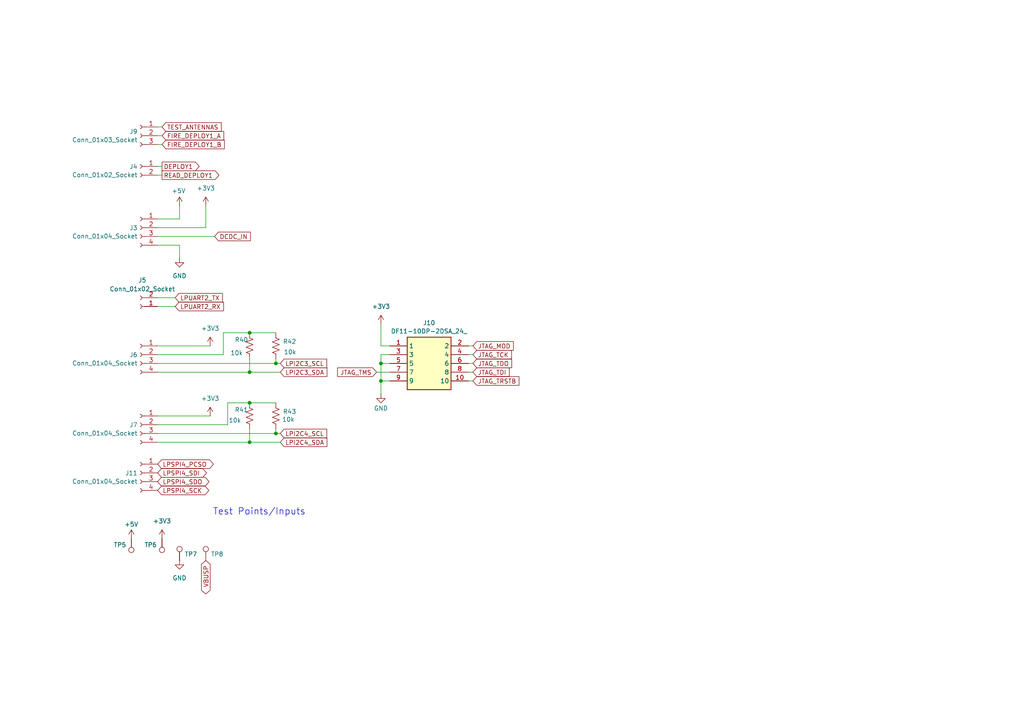
<source format=kicad_sch>
(kicad_sch (version 20250114) (generator "eeschema") (generator_version "9.0")
  (paper "A4")
  (lib_symbols
    (symbol "Conn_10p:DF11-10DP-2DSA_24_"
      (property "Reference" "J" (at 19.05 7.62 0))
      (property "Value" "DF11-10DP-2DSA_24_" (at 19.05 5.08 0))
      (symbol "DF11-10DP-2DSA_24__1_1"
        (rectangle (start 5.08 2.54) (end 17.78 -12.7) (stroke (width 0.254)) (fill (type background)))
        (pin passive line (at 0 0 0) (length 5.08) (name "1") (number "1"))
        (pin passive line (at 0 -2.54 0) (length 5.08) (name "3") (number "3"))
        (pin passive line (at 0 -5.08 0) (length 5.08) (name "5") (number "5"))
        (pin passive line (at 0 -7.62 0) (length 5.08) (name "7") (number "7"))
        (pin passive line (at 0 -10.16 0) (length 5.08) (name "9") (number "9"))
        (pin passive line (at 22.86 0 180) (length 5.08) (name "2") (number "2"))
        (pin passive line (at 22.86 -2.54 180) (length 5.08) (name "4") (number "4"))
        (pin passive line (at 22.86 -5.08 180) (length 5.08) (name "6") (number "6"))
        (pin passive line (at 22.86 -7.62 180) (length 5.08) (name "8") (number "8"))
        (pin passive line (at 22.86 -10.16 180) (length 5.08) (name "10") (number "10"))
      )
    )
    (symbol "Connector:Conn_01x02_Socket" (pin_names (offset 1.016) (hide yes))
      (property "Reference" "J" (at 0 2.54 0))
      (property "Value" "Conn_01x02_Socket" (at 0 -5.08 0))
      (symbol "Conn_01x02_Socket_1_1"
        (polyline (pts (xy -1.27 0) (xy -0.508 0)) (stroke (width 0.1524)))
        (polyline (pts (xy -1.27 -2.54) (xy -0.508 -2.54)) (stroke (width 0.1524)))
        (arc (start 0 -0.508) (mid -0.5058 0) (end 0 0.508) (stroke (width 0.1524)))
        (arc (start 0 -3.048) (mid -0.5058 -2.54) (end 0 -2.032) (stroke (width 0.1524)))
        (pin passive line (at -5.08 0 0) (length 3.81) (name "Pin_1") (number "1"))
        (pin passive line (at -5.08 -2.54 0) (length 3.81) (name "Pin_2") (number "2"))
      )
    )
    (symbol "Connector:Conn_01x03_Socket" (pin_names (offset 1.016) (hide yes))
      (property "Reference" "J" (at 0 5.08 0))
      (property "Value" "Conn_01x03_Socket" (at 0 -5.08 0))
      (symbol "Conn_01x03_Socket_1_1"
        (polyline (pts (xy -1.27 2.54) (xy -0.508 2.54)) (stroke (width 0.1524)))
        (polyline (pts (xy -1.27 0) (xy -0.508 0)) (stroke (width 0.1524)))
        (polyline (pts (xy -1.27 -2.54) (xy -0.508 -2.54)) (stroke (width 0.1524)))
        (arc (start 0 2.032) (mid -0.5058 2.54) (end 0 3.048) (stroke (width 0.1524)))
        (arc (start 0 -0.508) (mid -0.5058 0) (end 0 0.508) (stroke (width 0.1524)))
        (arc (start 0 -3.048) (mid -0.5058 -2.54) (end 0 -2.032) (stroke (width 0.1524)))
        (pin passive line (at -5.08 2.54 0) (length 3.81) (name "Pin_1") (number "1"))
        (pin passive line (at -5.08 0 0) (length 3.81) (name "Pin_2") (number "2"))
        (pin passive line (at -5.08 -2.54 0) (length 3.81) (name "Pin_3") (number "3"))
      )
    )
    (symbol "Connector:Conn_01x04_Socket" (pin_names (offset 1.016) (hide yes))
      (property "Reference" "J" (at 0 5.08 0))
      (property "Value" "Conn_01x04_Socket" (at 0 -7.62 0))
      (symbol "Conn_01x04_Socket_1_1"
        (polyline (pts (xy -1.27 2.54) (xy -0.508 2.54)) (stroke (width 0.1524)))
        (polyline (pts (xy -1.27 0) (xy -0.508 0)) (stroke (width 0.1524)))
        (polyline (pts (xy -1.27 -2.54) (xy -0.508 -2.54)) (stroke (width 0.1524)))
        (polyline (pts (xy -1.27 -5.08) (xy -0.508 -5.08)) (stroke (width 0.1524)))
        (arc (start 0 2.032) (mid -0.5058 2.54) (end 0 3.048) (stroke (width 0.1524)))
        (arc (start 0 -0.508) (mid -0.5058 0) (end 0 0.508) (stroke (width 0.1524)))
        (arc (start 0 -3.048) (mid -0.5058 -2.54) (end 0 -2.032) (stroke (width 0.1524)))
        (arc (start 0 -5.588) (mid -0.5058 -5.08) (end 0 -4.572) (stroke (width 0.1524)))
        (pin passive line (at -5.08 2.54 0) (length 3.81) (name "Pin_1") (number "1"))
        (pin passive line (at -5.08 0 0) (length 3.81) (name "Pin_2") (number "2"))
        (pin passive line (at -5.08 -2.54 0) (length 3.81) (name "Pin_3") (number "3"))
        (pin passive line (at -5.08 -5.08 0) (length 3.81) (name "Pin_4") (number "4"))
      )
    )
    (symbol "Connector:TestPoint" (pin_numbers (hide yes)) (pin_names (offset 0.762) (hide yes))
      (property "Reference" "TP" (at 0 6.858 0))
      (property "Value" "TestPoint" (at 0 5.08 0))
      (symbol "TestPoint_0_1"
        (circle (center 0 3.302) (radius 0.762))
      )
      (symbol "TestPoint_1_1"
        (pin passive line (at 0 0 90) (length 2.54) (name "1") (number "1"))
      )
    )
    (symbol "Device:R_US" (pin_numbers (hide yes)) (pin_names (offset 0))
      (property "Reference" "R" (at 2.54 0 90))
      (property "Value" "R_US" (at -2.54 0 90))
      (symbol "R_US_0_1"
        (polyline (pts (xy 0 2.286) (xy 0 2.54)))
        (polyline (pts (xy 0 2.286) (xy 1.016 1.905) (xy 0 1.524) (xy -1.016 1.143) (xy 0 0.762)))
        (polyline (pts (xy 0 0.762) (xy 1.016 0.381) (xy 0 0) (xy -1.016 -0.381) (xy 0 -0.762)))
        (polyline (pts (xy 0 -0.762) (xy 1.016 -1.143) (xy 0 -1.524) (xy -1.016 -1.905) (xy 0 -2.286)))
        (polyline (pts (xy 0 -2.286) (xy 0 -2.54)))
      )
      (symbol "R_US_1_1"
        (pin passive line (at 0 3.81 270) (length 1.27) (name "~") (number "1"))
        (pin passive line (at 0 -3.81 90) (length 1.27) (name "~") (number "2"))
      )
    )
    (symbol "power:+3V3" (power) (pin_names (offset 0))
      (property "Value" "+3V3" (at 0 3.556 0))
      (symbol "+3V3_0_1"
        (polyline (pts (xy -0.762 1.27) (xy 0 2.54)))
        (polyline (pts (xy 0 2.54) (xy 0.762 1.27)))
        (polyline (pts (xy 0 0) (xy 0 2.54)))
      )
      (symbol "+3V3_1_1"
        (pin power_in line (at 0 0 90) (length 0) (hide yes) (name "+3V3") (number "1"))
      )
    )
    (symbol "power:+5V" (power) (pin_numbers (hide yes)) (pin_names (offset 0) (hide yes))
      (property "Value" "+5V" (at 0 3.556 0))
      (symbol "+5V_0_1"
        (polyline (pts (xy -0.762 1.27) (xy 0 2.54)))
        (polyline (pts (xy 0 2.54) (xy 0.762 1.27)))
        (polyline (pts (xy 0 0) (xy 0 2.54)))
      )
      (symbol "+5V_1_1"
        (pin power_in line (at 0 0 90) (length 0) (name "~") (number "1"))
      )
    )
    (symbol "power:GND" (power) (pin_numbers (hide yes)) (pin_names (offset 0) (hide yes))
      (property "Value" "GND" (at 0 -3.81 0))
      (symbol "GND_0_1"
        (polyline (pts (xy 0 0) (xy 0 -1.27) (xy 1.27 -1.27) (xy 0 -2.54) (xy -1.27 -1.27) (xy 0 -1.27)))
      )
      (symbol "GND_1_1"
        (pin power_in line (at 0 0 270) (length 0) (name "~") (number "1"))
      )
    )
  )
  (text "Test Points/Inputs\n" (at 61.722 149.606 0) (effects (font (size 1.905 1.905)) (justify left bottom)))
  (junction (at 72.39 96.52))
  (junction (at 72.39 116.84))
  (junction (at 72.39 107.95))
  (junction (at 80.01 105.41))
  (junction (at 110.49 105.41))
  (junction (at 72.39 128.27))
  (junction (at 80.01 125.73))
  (junction (at 110.49 110.49))
  (wire (pts (xy 72.39 96.52) (xy 80.01 96.52)))
  (wire (pts (xy 72.39 128.27) (xy 81.28 128.27)))
  (wire (pts (xy 45.72 68.58) (xy 62.23 68.58)))
  (wire (pts (xy 52.07 59.69) (xy 52.07 63.5)))
  (wire (pts (xy 110.49 110.49) (xy 113.03 110.49)))
  (wire (pts (xy 59.69 66.04) (xy 45.72 66.04)))
  (wire (pts (xy 45.72 86.36) (xy 50.8 86.36)))
  (wire (pts (xy 45.72 100.33) (xy 60.96 100.33)))
  (wire (pts (xy 110.49 100.33) (xy 113.03 100.33)))
  (wire (pts (xy 64.77 102.87) (xy 45.72 102.87)))
  (wire (pts (xy 110.49 105.41) (xy 110.49 102.87)))
  (wire (pts (xy 72.39 116.84) (xy 80.01 116.84)))
  (wire (pts (xy 72.39 124.46) (xy 72.39 128.27)))
  (wire (pts (xy 137.16 102.87) (xy 135.89 102.87)))
  (wire (pts (xy 46.99 39.37) (xy 45.72 39.37)))
  (wire (pts (xy 137.16 110.49) (xy 135.89 110.49)))
  (wire (pts (xy 45.72 128.27) (xy 72.39 128.27)))
  (wire (pts (xy 110.49 110.49) (xy 110.49 114.3)))
  (wire (pts (xy 137.16 107.95) (xy 135.89 107.95)))
  (wire (pts (xy 66.04 123.19) (xy 66.04 116.84)))
  (wire (pts (xy 109.22 107.95) (xy 113.03 107.95)))
  (wire (pts (xy 46.99 41.91) (xy 45.72 41.91)))
  (wire (pts (xy 110.49 102.87) (xy 113.03 102.87)))
  (wire (pts (xy 45.72 105.41) (xy 80.01 105.41)))
  (wire (pts (xy 72.39 104.14) (xy 72.39 107.95)))
  (wire (pts (xy 45.72 120.65) (xy 60.96 120.65)))
  (wire (pts (xy 64.77 96.52) (xy 72.39 96.52)))
  (wire (pts (xy 80.01 104.14) (xy 80.01 105.41)))
  (wire (pts (xy 52.07 71.12) (xy 52.07 74.93)))
  (wire (pts (xy 137.16 105.41) (xy 135.89 105.41)))
  (wire (pts (xy 45.72 63.5) (xy 52.07 63.5)))
  (wire (pts (xy 45.72 107.95) (xy 72.39 107.95)))
  (wire (pts (xy 80.01 124.46) (xy 80.01 125.73)))
  (wire (pts (xy 46.99 48.26) (xy 45.72 48.26)))
  (wire (pts (xy 72.39 107.95) (xy 81.28 107.95)))
  (wire (pts (xy 59.69 59.69) (xy 59.69 66.04)))
  (wire (pts (xy 113.03 105.41) (xy 110.49 105.41)))
  (wire (pts (xy 80.01 125.73) (xy 81.28 125.73)))
  (wire (pts (xy 110.49 105.41) (xy 110.49 110.49)))
  (wire (pts (xy 110.49 93.98) (xy 110.49 100.33)))
  (wire (pts (xy 80.01 105.41) (xy 81.28 105.41)))
  (wire (pts (xy 64.77 102.87) (xy 64.77 96.52)))
  (wire (pts (xy 46.99 36.83) (xy 45.72 36.83)))
  (wire (pts (xy 45.72 125.73) (xy 80.01 125.73)))
  (wire (pts (xy 45.72 71.12) (xy 52.07 71.12)))
  (wire (pts (xy 137.16 100.33) (xy 135.89 100.33)))
  (wire (pts (xy 66.04 116.84) (xy 72.39 116.84)))
  (wire (pts (xy 46.99 50.8) (xy 45.72 50.8)))
  (wire (pts (xy 45.72 88.9) (xy 50.8 88.9)))
  (wire (pts (xy 45.72 123.19) (xy 66.04 123.19)))
  (global_label "LPI2C4_SDA" (shape input) (at 81.28 128.27 0) (property "Intersheetrefs" "${INTERSHEET_REFS}" (effects (hide yes))))
  (global_label "LPI2C3_SDA" (shape input) (at 81.28 107.95 0) (property "Intersheetrefs" "${INTERSHEET_REFS}" (effects (hide yes))))
  (global_label "LPI2C4_SCL" (shape input) (at 81.28 125.73 0) (property "Intersheetrefs" "${INTERSHEET_REFS}" (effects (hide yes))))
  (global_label "LPSPI4_SDO" (shape bidirectional) (at 45.72 139.7 0) (property "Intersheetrefs" "${INTERSHEET_REFS}" (effects (hide yes))))
  (global_label "JTAG_TDI" (shape input) (at 137.16 107.95 0) (property "Intersheetrefs" "${INTERSHEET_REFS}" (effects (hide yes))))
  (global_label "LPUART2_TX" (shape input) (at 50.8 86.36 0) (property "Intersheetrefs" "${INTERSHEET_REFS}" (effects (hide yes))))
  (global_label "JTAG_MOD" (shape input) (at 137.16 100.33 0) (property "Intersheetrefs" "${INTERSHEET_REFS}" (effects (hide yes))))
  (global_label "FIRE_DEPLOY1_B" (shape input) (at 46.99 41.91 0) (property "Intersheetrefs" "${INTERSHEET_REFS}" (effects (hide yes))))
  (global_label "LPI2C3_SCL" (shape input) (at 81.28 105.41 0) (property "Intersheetrefs" "${INTERSHEET_REFS}" (effects (hide yes))))
  (global_label "JTAG_TDO" (shape input) (at 137.16 105.41 0) (property "Intersheetrefs" "${INTERSHEET_REFS}" (effects (hide yes))))
  (global_label "VBUSP" (shape bidirectional) (at 59.69 162.56 270) (property "Intersheetrefs" "${INTERSHEET_REFS}" (effects (hide yes))))
  (global_label "READ_DEPLOY1" (shape output) (at 46.99 50.8 0) (property "Intersheetrefs" "${INTERSHEET_REFS}" (effects (hide yes))))
  (global_label "JTAG_TCK" (shape input) (at 137.16 102.87 0) (property "Intersheetrefs" "${INTERSHEET_REFS}" (effects (hide yes))))
  (global_label "FIRE_DEPLOY1_A" (shape input) (at 46.99 39.37 0) (property "Intersheetrefs" "${INTERSHEET_REFS}" (effects (hide yes))))
  (global_label "JTAG_TRSTB" (shape input) (at 137.16 110.49 0) (property "Intersheetrefs" "${INTERSHEET_REFS}" (effects (hide yes))))
  (global_label "LPUART2_RX" (shape input) (at 50.8 88.9 0) (property "Intersheetrefs" "${INTERSHEET_REFS}" (effects (hide yes))))
  (global_label "LPSPI4_PCSO" (shape bidirectional) (at 45.72 134.62 0) (property "Intersheetrefs" "${INTERSHEET_REFS}" (effects (hide yes))))
  (global_label "DEPLOY1" (shape output) (at 46.99 48.26 0) (property "Intersheetrefs" "${INTERSHEET_REFS}" (effects (hide yes))))
  (global_label "JTAG_TMS" (shape input) (at 109.22 107.95 180) (property "Intersheetrefs" "${INTERSHEET_REFS}" (effects (hide yes))))
  (global_label "DCDC_IN" (shape input) (at 62.23 68.58 0) (property "Intersheetrefs" "${INTERSHEET_REFS}" (effects (hide yes))))
  (global_label "LPSPI4_SDI" (shape bidirectional) (at 45.72 137.16 0) (property "Intersheetrefs" "${INTERSHEET_REFS}" (effects (hide yes))))
  (global_label "LPSPI4_SCK" (shape bidirectional) (at 45.72 142.24 0) (property "Intersheetrefs" "${INTERSHEET_REFS}" (effects (hide yes))))
  (global_label "TEST_ANTENNAS" (shape input) (at 46.99 36.83 0) (property "Intersheetrefs" "${INTERSHEET_REFS}" (effects (hide yes))))
  (symbol (lib_id "Connector:TestPoint") (at 46.99 156.21 180) (unit 1)
    (property "Reference" "TP6" (at 45.5168 158.0388 0) (effects (justify left)))
    (property "Value" "TestPoint" (effects (hide yes)))
    (property "Footprint" "TestPoint:TestPoint_Loop_D1.80mm_Drill1.0mm_Beaded" (effects (hide yes)))
  )
  (symbol (lib_id "Device:R_US") (at 80.01 120.65 0) (unit 1)
    (property "Reference" "R43" (at 82.042 119.38 0) (effects (justify left)))
    (property "Value" "10k" (at 81.788 121.666 0) (effects (justify left)))
    (property "Footprint" "Resistor_SMD:R_0201_0603Metric" (effects (hide yes)))
    (property "Description" "Resistor, US symbol" (effects (hide yes)))
  )
  (symbol (lib_id "Device:R_US") (at 72.39 100.33 0) (unit 1)
    (property "Reference" "R40" (at 68.072 98.552 0) (effects (justify left)))
    (property "Value" "10k" (at 66.802 102.362 0) (effects (justify left)))
    (property "Footprint" "Resistor_SMD:R_0201_0603Metric" (effects (hide yes)))
    (property "Description" "Resistor, US symbol" (effects (hide yes)))
  )
  (symbol (lib_id "Connector:Conn_01x02_Socket") (at 40.64 88.9 180) (unit 1)
    (property "Reference" "J5" (at 41.275 81.28 0))
    (property "Value" "Conn_01x02_Socket" (at 41.275 83.82 0))
    (property "Footprint" "Connector_PinHeader_2.54mm:PinHeader_1x02_P2.54mm_Vertical" (effects (hide yes)))
    (property "Description" "Generic connector, single row, 01x02, script generated" (effects (hide yes)))
  )
  (symbol (lib_id "Connector:TestPoint") (at 38.1 156.21 180) (unit 1)
    (property "Reference" "TP5" (at 36.6268 158.0388 0) (effects (justify left)))
    (property "Value" "TestPoint" (effects (hide yes)))
    (property "Footprint" "TestPoint:TestPoint_Loop_D1.80mm_Drill1.0mm_Beaded" (effects (hide yes)))
  )
  (symbol (lib_id "Connector:Conn_01x03_Socket") (at 40.64 39.37 0) (mirror y) (unit 1)
    (property "Reference" "J9" (at 39.9288 38.1578 0) (effects (justify left)))
    (property "Value" "Conn_01x03_Socket" (at 39.9288 40.5821 0) (effects (justify left)))
    (property "Footprint" "Connector_PinHeader_2.54mm:PinHeader_1x03_P2.54mm_Vertical" (effects (hide yes)))
    (property "Description" "Generic connector, single row, 01x03, script generated" (effects (hide yes)))
  )
  (symbol (lib_id "Connector:Conn_01x04_Socket") (at 40.64 123.19 0) (mirror y) (unit 1)
    (property "Reference" "J7" (at 39.9288 123.2478 0) (effects (justify left)))
    (property "Value" "Conn_01x04_Socket" (at 39.9288 125.6721 0) (effects (justify left)))
    (property "Footprint" "Connector_PinHeader_2.54mm:PinHeader_1x04_P2.54mm_Vertical" (effects (hide yes)))
    (property "Description" "Generic connector, single row, 01x04, script generated" (effects (hide yes)))
  )
  (symbol (lib_id "power:GND") (at 110.49 114.3 0) (unit 1)
    (property "Reference" "#PWR07" (effects (hide yes)))
    (property "Value" "GND" (at 110.49 118.4331 0))
    (property "Description" "Power symbol creates a global label with name \"GND\" , ground" (effects (hide yes)))
  )
  (symbol (lib_id "power:+3V3") (at 46.99 156.21 0) (unit 1)
    (property "Reference" "#PWR046" (effects (hide yes)))
    (property "Value" "+3V3" (at 46.99 151.13 0))
  )
  (symbol (lib_id "Connector:TestPoint") (at 52.07 162.56 0) (unit 1)
    (property "Reference" "TP7" (at 53.5432 160.7312 0) (effects (justify left)))
    (property "Value" "TestPoint" (effects (hide yes)))
    (property "Footprint" "TestPoint:TestPoint_Loop_D1.80mm_Drill1.0mm_Beaded" (effects (hide yes)))
  )
  (symbol (lib_id "Conn_10p:DF11-10DP-2DSA_24_") (at 113.03 100.33 0) (unit 1)
    (property "Reference" "J10" (at 124.46 93.6455 0))
    (property "Value" "DF11-10DP-2DSA_24_" (at 124.46 96.0698 0))
    (property "Footprint" "footprints:SHDR10W50P200_2X5_1200X500X660P" (effects (hide yes)))
    (property "Datasheet" "https://www.hirose.com/product/document?clcode=CL0543-0544-8-52&productname=DF11-26DP-2DS(52)&series=DF11&documenttype=Catalog&lang=en&documentid=D31688_en" (effects (hide yes)))
    (property "Description" "Hirose DF11, 2mm Pitch, 10 Way, 2 Row, Straight PCB Header, Through Hole" (effects (hide yes)))
    (property "Height" "6.6" (effects (hide yes)))
    (property "Manufacturer_Name" "Hirose" (effects (hide yes)))
    (property "Manufacturer_Part_Number" "DF11-10DP-2DSA(24)" (effects (hide yes)))
    (property "Mouser Part Number" "798-DF11-10DP-2DSA24" (effects (hide yes)))
    (property "Mouser Price/Stock" "https://www.mouser.co.uk/ProductDetail/Hirose-Connector/DF11-10DP-2DSA24?qs=zOgoZG1CgI%252B9q%2Fj64f1t7g%3D%3D" (effects (hide yes)))
    (property "Arrow Part Number" "DF11-10DP-2DSA(24)" (effects (hide yes)))
    (property "Arrow Price/Stock" "https://www.arrow.com/en/products/df11-10dp-2dsa-24/hirose-electric" (effects (hide yes)))
  )
  (symbol (lib_id "power:+3V3") (at 38.1 156.21 0) (unit 1)
    (property "Reference" "#PWR045" (effects (hide yes)))
    (property "Value" "+5V" (at 38.1 152.0769 0))
  )
  (symbol (lib_id "Device:R_US") (at 72.39 120.65 0) (unit 1)
    (property "Reference" "R41" (at 68.072 118.872 0) (effects (justify left)))
    (property "Value" "10k" (at 66.294 121.92 0) (effects (justify left)))
    (property "Footprint" "Resistor_SMD:R_0201_0603Metric" (effects (hide yes)))
    (property "Description" "Resistor, US symbol" (effects (hide yes)))
  )
  (symbol (lib_id "power:+3V3") (at 60.96 120.65 0) (unit 1)
    (property "Reference" "#PWR051" (effects (hide yes)))
    (property "Value" "+3V3" (at 60.96 115.57 0))
  )
  (symbol (lib_id "power:GND") (at 52.07 162.56 0) (unit 1)
    (property "Reference" "#PWR049" (effects (hide yes)))
    (property "Value" "GND" (at 52.07 167.64 0))
  )
  (symbol (lib_id "power:+3V3") (at 110.49 93.98 0) (unit 1)
    (property "Reference" "#PWR048" (effects (hide yes)))
    (property "Value" "+3V3" (at 110.49 88.9 0))
  )
  (symbol (lib_id "power:+3V3") (at 59.69 59.69 0) (unit 1)
    (property "Reference" "#PWR082" (effects (hide yes)))
    (property "Value" "+3V3" (at 59.69 54.61 0))
  )
  (symbol (lib_id "Connector:Conn_01x02_Socket") (at 40.64 48.26 0) (mirror y) (unit 1)
    (property "Reference" "J4" (at 39.9288 48.3178 0) (effects (justify left)))
    (property "Value" "Conn_01x02_Socket" (at 39.9288 50.7421 0) (effects (justify left)))
    (property "Footprint" "Connector_PinHeader_2.54mm:PinHeader_1x02_P2.54mm_Vertical" (effects (hide yes)))
    (property "Description" "Generic connector, single row, 01x02, script generated" (effects (hide yes)))
  )
  (symbol (lib_id "Connector:TestPoint") (at 59.69 162.56 0) (unit 1)
    (property "Reference" "TP8" (at 61.1632 160.7312 0) (effects (justify left)))
    (property "Value" "TestPoint" (effects (hide yes)))
    (property "Footprint" "TestPoint:TestPoint_Loop_D1.80mm_Drill1.0mm_Beaded" (effects (hide yes)))
  )
  (symbol (lib_id "power:+3V3") (at 60.96 100.33 0) (unit 1)
    (property "Reference" "#PWR052" (effects (hide yes)))
    (property "Value" "+3V3" (at 60.96 95.25 0))
  )
  (symbol (lib_id "power:+5V") (at 52.07 59.69 0) (unit 1)
    (property "Reference" "#PWR047" (effects (hide yes)))
    (property "Value" "+5V" (at 51.816 55.372 0))
    (property "Description" "Power symbol creates a global label with name \"+5V\"" (effects (hide yes)))
  )
  (symbol (lib_id "Connector:Conn_01x04_Socket") (at 40.64 66.04 0) (mirror y) (unit 1)
    (property "Reference" "J3" (at 39.9288 66.0978 0) (effects (justify left)))
    (property "Value" "Conn_01x04_Socket" (at 39.9288 68.5221 0) (effects (justify left)))
    (property "Footprint" "Connector_PinHeader_2.54mm:PinHeader_1x04_P2.54mm_Vertical" (effects (hide yes)))
    (property "Description" "Generic connector, single row, 01x04, script generated" (effects (hide yes)))
  )
  (symbol (lib_id "Device:R_US") (at 80.01 100.33 0) (unit 1)
    (property "Reference" "R42" (at 82.042 99.06 0) (effects (justify left)))
    (property "Value" "10k" (at 82.296 102.108 0) (effects (justify left)))
    (property "Footprint" "Resistor_SMD:R_0201_0603Metric" (effects (hide yes)))
    (property "Description" "Resistor, US symbol" (effects (hide yes)))
  )
  (symbol (lib_id "Connector:Conn_01x04_Socket") (at 40.64 137.16 0) (mirror y) (unit 1)
    (property "Reference" "J11" (at 39.9288 137.2178 0) (effects (justify left)))
    (property "Value" "Conn_01x04_Socket" (at 39.9288 139.6421 0) (effects (justify left)))
    (property "Footprint" "Connector_PinHeader_2.54mm:PinHeader_1x04_P2.54mm_Vertical" (effects (hide yes)))
    (property "Description" "Generic connector, single row, 01x04, script generated" (effects (hide yes)))
  )
  (symbol (lib_id "power:GND") (at 52.07 74.93 0) (unit 1)
    (property "Reference" "#PWR081" (effects (hide yes)))
    (property "Value" "GND" (at 52.07 80.01 0))
    (property "Description" "Power symbol creates a global label with name \"GND\" , ground" (effects (hide yes)))
  )
  (symbol (lib_id "Connector:Conn_01x04_Socket") (at 40.64 102.87 0) (mirror y) (unit 1)
    (property "Reference" "J6" (at 39.9288 102.9278 0) (effects (justify left)))
    (property "Value" "Conn_01x04_Socket" (at 39.9288 105.3521 0) (effects (justify left)))
    (property "Footprint" "Connector_PinHeader_2.54mm:PinHeader_1x04_P2.54mm_Vertical" (effects (hide yes)))
    (property "Description" "Generic connector, single row, 01x04, script generated" (effects (hide yes)))
  )
)
</source>
